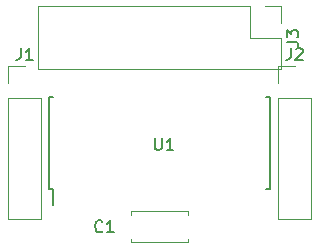
<source format=gto>
G04 #@! TF.FileFunction,Legend,Top*
%FSLAX46Y46*%
G04 Gerber Fmt 4.6, Leading zero omitted, Abs format (unit mm)*
G04 Created by KiCad (PCBNEW 4.0.6) date Thu May  4 15:15:54 2017*
%MOMM*%
%LPD*%
G01*
G04 APERTURE LIST*
%ADD10C,0.100000*%
%ADD11C,0.150000*%
%ADD12C,0.120000*%
G04 APERTURE END LIST*
D10*
D11*
X139240000Y-109285000D02*
X139515000Y-109285000D01*
X139240000Y-101535000D02*
X139592500Y-101535000D01*
X157940000Y-101535000D02*
X157587500Y-101535000D01*
X157940000Y-109285000D02*
X157587500Y-109285000D01*
X139240000Y-109285000D02*
X139240000Y-101535000D01*
X157940000Y-109285000D02*
X157940000Y-101535000D01*
X139515000Y-109285000D02*
X139515000Y-110710000D01*
D12*
X146140000Y-111212000D02*
X150960000Y-111212000D01*
X146140000Y-113832000D02*
X150960000Y-113832000D01*
X146140000Y-111212000D02*
X146140000Y-111526000D01*
X146140000Y-113518000D02*
X146140000Y-113832000D01*
X150960000Y-111212000D02*
X150960000Y-111526000D01*
X150960000Y-113518000D02*
X150960000Y-113832000D01*
X135770000Y-101600000D02*
X135770000Y-111880000D01*
X135770000Y-111880000D02*
X138550000Y-111880000D01*
X138550000Y-111880000D02*
X138550000Y-101600000D01*
X138550000Y-101600000D02*
X135770000Y-101600000D01*
X135770000Y-100330000D02*
X135770000Y-98940000D01*
X135770000Y-98940000D02*
X137160000Y-98940000D01*
X158630000Y-101600000D02*
X158630000Y-111880000D01*
X158630000Y-111880000D02*
X161410000Y-111880000D01*
X161410000Y-111880000D02*
X161410000Y-101600000D01*
X161410000Y-101600000D02*
X158630000Y-101600000D01*
X158630000Y-100330000D02*
X158630000Y-98940000D01*
X158630000Y-98940000D02*
X160020000Y-98940000D01*
X156210000Y-93860000D02*
X138310000Y-93860000D01*
X138310000Y-93860000D02*
X138310000Y-99180000D01*
X138310000Y-99180000D02*
X158870000Y-99180000D01*
X158870000Y-99180000D02*
X158870000Y-96520000D01*
X158870000Y-96520000D02*
X156210000Y-96520000D01*
X156210000Y-96520000D02*
X156210000Y-93860000D01*
X157480000Y-93860000D02*
X158870000Y-93860000D01*
X158870000Y-93860000D02*
X158870000Y-95250000D01*
D11*
X148171095Y-105014381D02*
X148171095Y-105823905D01*
X148218714Y-105919143D01*
X148266333Y-105966762D01*
X148361571Y-106014381D01*
X148552048Y-106014381D01*
X148647286Y-105966762D01*
X148694905Y-105919143D01*
X148742524Y-105823905D01*
X148742524Y-105014381D01*
X149742524Y-106014381D02*
X149171095Y-106014381D01*
X149456809Y-106014381D02*
X149456809Y-105014381D01*
X149361571Y-105157238D01*
X149266333Y-105252476D01*
X149171095Y-105300095D01*
X143724334Y-112879143D02*
X143676715Y-112926762D01*
X143533858Y-112974381D01*
X143438620Y-112974381D01*
X143295762Y-112926762D01*
X143200524Y-112831524D01*
X143152905Y-112736286D01*
X143105286Y-112545810D01*
X143105286Y-112402952D01*
X143152905Y-112212476D01*
X143200524Y-112117238D01*
X143295762Y-112022000D01*
X143438620Y-111974381D01*
X143533858Y-111974381D01*
X143676715Y-112022000D01*
X143724334Y-112069619D01*
X144676715Y-112974381D02*
X144105286Y-112974381D01*
X144391000Y-112974381D02*
X144391000Y-111974381D01*
X144295762Y-112117238D01*
X144200524Y-112212476D01*
X144105286Y-112260095D01*
X136826667Y-97392381D02*
X136826667Y-98106667D01*
X136779047Y-98249524D01*
X136683809Y-98344762D01*
X136540952Y-98392381D01*
X136445714Y-98392381D01*
X137826667Y-98392381D02*
X137255238Y-98392381D01*
X137540952Y-98392381D02*
X137540952Y-97392381D01*
X137445714Y-97535238D01*
X137350476Y-97630476D01*
X137255238Y-97678095D01*
X159686667Y-97392381D02*
X159686667Y-98106667D01*
X159639047Y-98249524D01*
X159543809Y-98344762D01*
X159400952Y-98392381D01*
X159305714Y-98392381D01*
X160115238Y-97487619D02*
X160162857Y-97440000D01*
X160258095Y-97392381D01*
X160496191Y-97392381D01*
X160591429Y-97440000D01*
X160639048Y-97487619D01*
X160686667Y-97582857D01*
X160686667Y-97678095D01*
X160639048Y-97820952D01*
X160067619Y-98392381D01*
X160686667Y-98392381D01*
X159322381Y-96853333D02*
X160036667Y-96853333D01*
X160179524Y-96900953D01*
X160274762Y-96996191D01*
X160322381Y-97139048D01*
X160322381Y-97234286D01*
X159322381Y-96472381D02*
X159322381Y-95853333D01*
X159703333Y-96186667D01*
X159703333Y-96043809D01*
X159750952Y-95948571D01*
X159798571Y-95900952D01*
X159893810Y-95853333D01*
X160131905Y-95853333D01*
X160227143Y-95900952D01*
X160274762Y-95948571D01*
X160322381Y-96043809D01*
X160322381Y-96329524D01*
X160274762Y-96424762D01*
X160227143Y-96472381D01*
M02*

</source>
